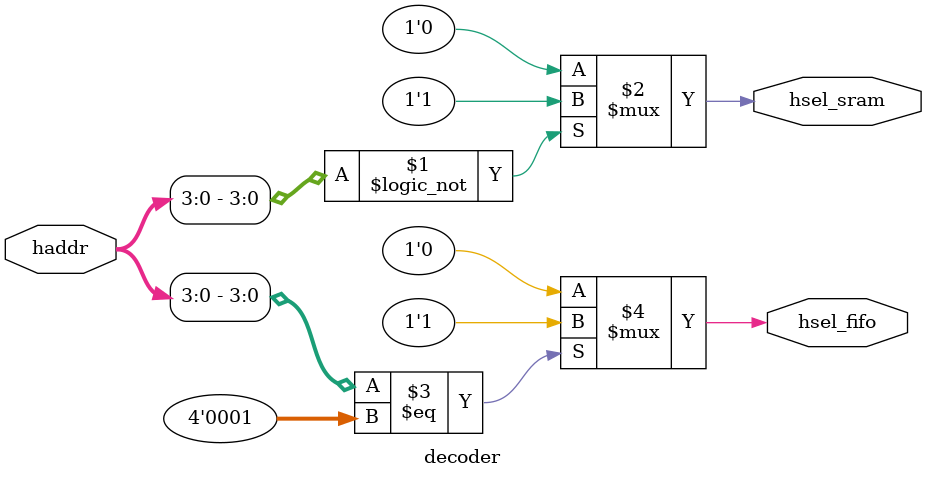
<source format=v>
module decoder(
input wire [31:0]haddr,
output hsel_sram,
output hsel_fifo);

assign hsel_sram = (haddr[3:0] == 4'h0) ? 1'b1:1'b0;
assign hsel_fifo = (haddr[3:0] == 4'h1) ? 1'b1:1'b0;
  

endmodule

</source>
